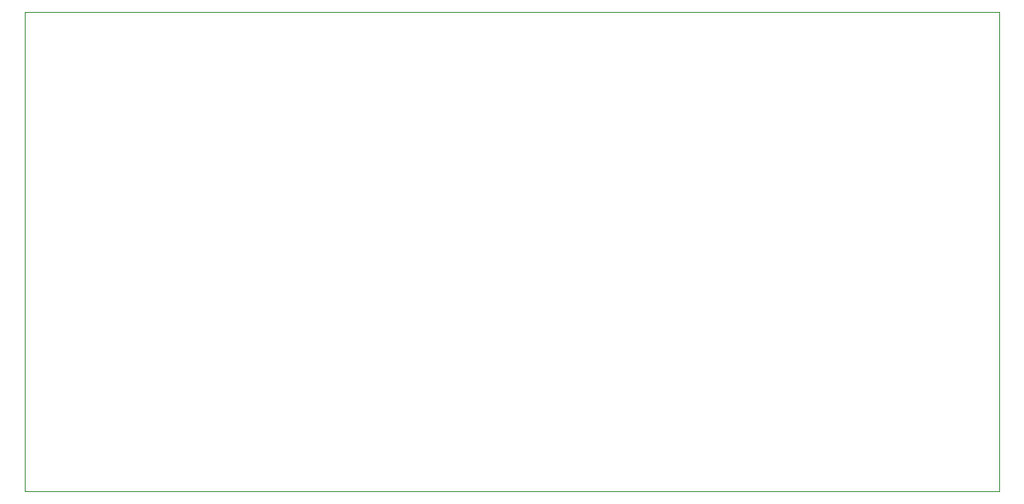
<source format=gbr>
G04 #@! TF.GenerationSoftware,KiCad,Pcbnew,5.1.5+dfsg1-2~bpo10+1*
G04 #@! TF.CreationDate,2020-05-02T00:01:12+02:00*
G04 #@! TF.ProjectId,reflow-controller,7265666c-6f77-42d6-936f-6e74726f6c6c,rev?*
G04 #@! TF.SameCoordinates,Original*
G04 #@! TF.FileFunction,Profile,NP*
%FSLAX46Y46*%
G04 Gerber Fmt 4.6, Leading zero omitted, Abs format (unit mm)*
G04 Created by KiCad (PCBNEW 5.1.5+dfsg1-2~bpo10+1) date 2020-05-02 00:01:12*
%MOMM*%
%LPD*%
G04 APERTURE LIST*
%ADD10C,0.100000*%
G04 APERTURE END LIST*
D10*
X212500000Y-108000000D02*
X212500000Y-155500000D01*
X116000000Y-108000000D02*
X212500000Y-108000000D01*
X116000000Y-155500000D02*
X116000000Y-108000000D01*
X212500000Y-155500000D02*
X116000000Y-155500000D01*
M02*

</source>
